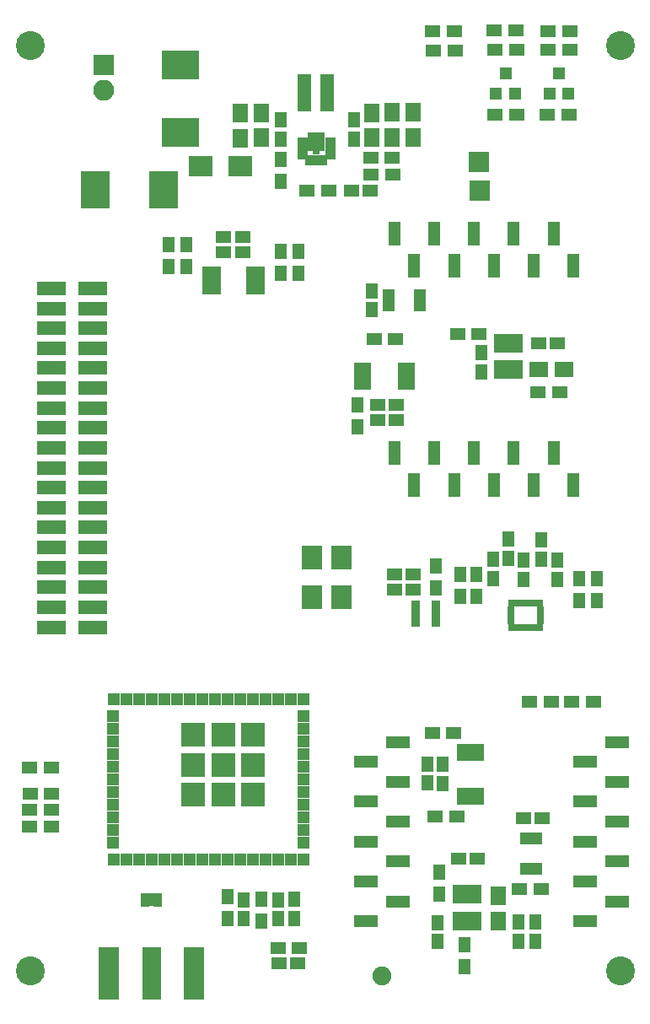
<source format=gbr>
G04 #@! TF.GenerationSoftware,KiCad,Pcbnew,(5.0.0-rc2-dev-491-g430239499)*
G04 #@! TF.CreationDate,2018-09-21T18:59:49-07:00*
G04 #@! TF.ProjectId,PCB_Rev3,5043425F526576332E6B696361645F70,rev?*
G04 #@! TF.SameCoordinates,Original*
G04 #@! TF.FileFunction,Soldermask,Top*
G04 #@! TF.FilePolarity,Negative*
%FSLAX46Y46*%
G04 Gerber Fmt 4.6, Leading zero omitted, Abs format (unit mm)*
G04 Created by KiCad (PCBNEW (5.0.0-rc2-dev-491-g430239499)) date 09/21/18 18:59:49*
%MOMM*%
%LPD*%
G01*
G04 APERTURE LIST*
%ADD10R,2.100000X2.100000*%
%ADD11R,2.400001X2.400001*%
%ADD12R,1.310001X1.310001*%
%ADD13R,0.999999X0.640000*%
%ADD14R,0.400003X0.550002*%
%ADD15R,1.100001X1.250001*%
%ADD16R,0.749999X1.850000*%
%ADD17R,0.749999X2.199999*%
%ADD18R,0.640000X0.999999*%
%ADD19C,2.900000*%
%ADD20R,1.300000X1.600000*%
%ADD21C,1.900000*%
%ADD22R,1.600000X1.300000*%
%ADD23R,1.150000X1.600000*%
%ADD24R,1.600000X1.150000*%
%ADD25R,1.650000X1.900000*%
%ADD26R,1.900000X1.650000*%
%ADD27R,2.900000X3.700000*%
%ADD28R,3.700000X2.900000*%
%ADD29O,2.100000X2.100000*%
%ADD30R,1.380000X3.800000*%
%ADD31R,2.400000X2.100000*%
%ADD32R,0.630000X0.750000*%
%ADD33R,0.750000X0.630000*%
%ADD34R,0.900000X0.750000*%
%ADD35R,0.650000X1.150000*%
%ADD36R,1.050000X1.960000*%
%ADD37R,1.800000X0.700000*%
%ADD38R,0.700000X1.800000*%
%ADD39R,1.150000X0.650000*%
%ADD40R,1.850000X0.850000*%
%ADD41R,2.000000X2.400000*%
%ADD42R,2.000000X5.300000*%
%ADD43R,1.900000X5.300000*%
%ADD44R,0.750000X0.750000*%
%ADD45R,0.900000X1.450000*%
%ADD46R,2.400000X1.300000*%
%ADD47R,1.300000X2.400000*%
%ADD48R,2.980000X1.400000*%
%ADD49R,1.200000X1.300000*%
G04 APERTURE END LIST*
D10*
X182181500Y-64681100D03*
D11*
X153440000Y-125325002D03*
X156440000Y-125325005D03*
X159440001Y-125325002D03*
X153440000Y-122325003D03*
X156440000Y-122325000D03*
X159440001Y-122325003D03*
X153440000Y-119325001D03*
X156440000Y-119325004D03*
X159440001Y-119325001D03*
D12*
X164490001Y-117475003D03*
X164490001Y-118745003D03*
X164490001Y-120015003D03*
X164490001Y-121285003D03*
X164490001Y-122555003D03*
X164490001Y-123825003D03*
X164490001Y-125095003D03*
X164490001Y-126365003D03*
X164490001Y-127635003D03*
X164490001Y-128905003D03*
X164490001Y-130175003D03*
X164465000Y-131875002D03*
X163195000Y-131875002D03*
X161925000Y-131875002D03*
X160655000Y-131875002D03*
X159385000Y-131875002D03*
X158115000Y-131875002D03*
X156845000Y-131875002D03*
X155575000Y-131875002D03*
X154305000Y-131875002D03*
X153035000Y-131875002D03*
X151765000Y-131875002D03*
X150495000Y-131875002D03*
X149225000Y-131875002D03*
X147955000Y-131875002D03*
X146685000Y-131875002D03*
X145415000Y-131875002D03*
X145389999Y-130175003D03*
X145389999Y-128905003D03*
X145389999Y-127635003D03*
X145389999Y-126365003D03*
X145389999Y-125095003D03*
X145389999Y-123825003D03*
X145389999Y-122555003D03*
X145389999Y-121285003D03*
X145389999Y-120015003D03*
X145389999Y-118745003D03*
X145389999Y-117475003D03*
X145415000Y-115775001D03*
X146685000Y-115775001D03*
X147955000Y-115775001D03*
X149225000Y-115775001D03*
X150495000Y-115775001D03*
X151765000Y-115775001D03*
X153035000Y-115775001D03*
X154305000Y-115775001D03*
X155575000Y-115775001D03*
X156845000Y-115775001D03*
X158115000Y-115775001D03*
X159385000Y-115775001D03*
X160655000Y-115775001D03*
X161925000Y-115775001D03*
X163195000Y-115775001D03*
X164465000Y-115775001D03*
D13*
X164390499Y-61253500D03*
X164390499Y-60753501D03*
D14*
X164390499Y-60003500D03*
D15*
X164390499Y-60003500D03*
D14*
X164390499Y-60003500D03*
D16*
X165290500Y-59753500D03*
D17*
X165790499Y-59928501D03*
D16*
X166290498Y-59753500D03*
D14*
X167190499Y-60003500D03*
D15*
X167190499Y-60003500D03*
D14*
X167190499Y-60003500D03*
D13*
X167190499Y-60753501D03*
X167190499Y-61253500D03*
D18*
X166540497Y-61678500D03*
X166040499Y-61678500D03*
X165540497Y-61678500D03*
X165040498Y-61678500D03*
D19*
X137033000Y-143002000D03*
X137033000Y-50165000D03*
X196342000Y-50165000D03*
D20*
X193929000Y-105875000D03*
X193929000Y-103675000D03*
D21*
X172415200Y-143510000D03*
D22*
X179682500Y-48679100D03*
X177482500Y-48679100D03*
X179725500Y-50647600D03*
X177525500Y-50647600D03*
X189407800Y-116001800D03*
X187207800Y-116001800D03*
X191398800Y-116001800D03*
X193598800Y-116001800D03*
X190246000Y-84963000D03*
X188046000Y-84963000D03*
D23*
X188341000Y-101661000D03*
X188341000Y-99761000D03*
X185039000Y-99700000D03*
X185039000Y-101600000D03*
X183515000Y-103632000D03*
X183515000Y-101732000D03*
X186563000Y-103693000D03*
X186563000Y-101793000D03*
X189992000Y-101793000D03*
X189992000Y-103693000D03*
D24*
X175514000Y-103251000D03*
X173614000Y-103251000D03*
X173609000Y-104775000D03*
X175509000Y-104775000D03*
D23*
X187769500Y-138117500D03*
X187769500Y-140017500D03*
X186118500Y-140017500D03*
X186118500Y-138117500D03*
D25*
X184086500Y-137985500D03*
X184086500Y-135485500D03*
D24*
X188465500Y-127698500D03*
X186565500Y-127698500D03*
D23*
X177985500Y-138176000D03*
X177985500Y-140076000D03*
D24*
X180088500Y-131762500D03*
X181988500Y-131762500D03*
X173855442Y-86183407D03*
X171955442Y-86183407D03*
D23*
X176911000Y-122237500D03*
X176911000Y-124137500D03*
D24*
X171955442Y-87707407D03*
X173855442Y-87707407D03*
D23*
X178435000Y-124206000D03*
X178435000Y-122306000D03*
X171323000Y-76642000D03*
X171323000Y-74742000D03*
D26*
X190627000Y-82677000D03*
X188127000Y-82677000D03*
D23*
X182372000Y-82865000D03*
X182372000Y-80965000D03*
D24*
X188087000Y-80010000D03*
X189987000Y-80010000D03*
X156469000Y-70866000D03*
X158369000Y-70866000D03*
X158369000Y-69342000D03*
X156469000Y-69342000D03*
D25*
X158178500Y-59416000D03*
X158178500Y-56916000D03*
X160274000Y-56872500D03*
X160274000Y-59372500D03*
D23*
X162242500Y-59502000D03*
X162242500Y-57602000D03*
D24*
X171191000Y-64706500D03*
X169291000Y-64706500D03*
D23*
X169545000Y-57599500D03*
X169545000Y-59499500D03*
D25*
X175514000Y-56852500D03*
X175514000Y-59352500D03*
X173418500Y-56832500D03*
X173418500Y-59332500D03*
X171323000Y-59372500D03*
X171323000Y-56872500D03*
D27*
X150431500Y-64643000D03*
X143631500Y-64643000D03*
D28*
X152146000Y-52064500D03*
X152146000Y-58864500D03*
D29*
X144399000Y-54610000D03*
D10*
X144399000Y-52070000D03*
D30*
X166920000Y-54864000D03*
X164550000Y-54864000D03*
D20*
X192151000Y-103675000D03*
X192151000Y-105875000D03*
X177800000Y-104605000D03*
X177800000Y-102405000D03*
D22*
X186204500Y-134810500D03*
X188404500Y-134810500D03*
D20*
X180657500Y-140398500D03*
X180657500Y-142598500D03*
X178117500Y-133118500D03*
X178117500Y-135318500D03*
D22*
X171577000Y-79629000D03*
X173777000Y-79629000D03*
X179916000Y-127508000D03*
X177716000Y-127508000D03*
D20*
X169926000Y-88433000D03*
X169926000Y-86233000D03*
D22*
X177419000Y-119126000D03*
X179619000Y-119126000D03*
X182159000Y-79121000D03*
X179959000Y-79121000D03*
D20*
X152775720Y-70124968D03*
X152775720Y-72324968D03*
X162179000Y-70782000D03*
X162179000Y-72982000D03*
X163957000Y-70823468D03*
X163957000Y-73023468D03*
D31*
X158178500Y-62230000D03*
X154178500Y-62230000D03*
D20*
X150934220Y-70145468D03*
X150934220Y-72345468D03*
X162242500Y-61531500D03*
X162242500Y-63731500D03*
D22*
X171259500Y-63055500D03*
X173459500Y-63055500D03*
X173439000Y-61404500D03*
X171239000Y-61404500D03*
X167068500Y-64706500D03*
X164868500Y-64706500D03*
D32*
X188322000Y-108540000D03*
X187892000Y-108540000D03*
X187462000Y-108540000D03*
X187032000Y-108540000D03*
X186602000Y-108540000D03*
X186172000Y-108540000D03*
X185742000Y-108540000D03*
X185312000Y-108540000D03*
X188322000Y-106090000D03*
X187892000Y-106090000D03*
X187462000Y-106090000D03*
X187032000Y-106090000D03*
X186602000Y-106090000D03*
X186172000Y-106090000D03*
X185742000Y-106090000D03*
D33*
X188292000Y-107960000D03*
X185342000Y-107960000D03*
X188292000Y-107530000D03*
X185342000Y-107530000D03*
X188292000Y-107100000D03*
X185342000Y-107100000D03*
X188292000Y-106670000D03*
X185342000Y-106670000D03*
D32*
X185312000Y-106090000D03*
D34*
X175759000Y-108163000D03*
X175759000Y-107513000D03*
X175759000Y-106863000D03*
X175759000Y-106213000D03*
X177809000Y-106213000D03*
X177809000Y-106863000D03*
X177809000Y-107513000D03*
X177809000Y-108163000D03*
D35*
X188138500Y-129704500D03*
X187638500Y-129704500D03*
X187138500Y-129704500D03*
X186638500Y-129704500D03*
X186638500Y-132804500D03*
X187138500Y-132804500D03*
X187638500Y-132804500D03*
X188138500Y-132804500D03*
D36*
X180911500Y-138018500D03*
X181861500Y-138018500D03*
X179961500Y-138018500D03*
X179961500Y-135318500D03*
X180911500Y-135318500D03*
X181861500Y-135318500D03*
D37*
X170456500Y-84312000D03*
X170456500Y-83812000D03*
X170456500Y-83312000D03*
X170456500Y-82812000D03*
X170456500Y-82312000D03*
X174856500Y-82312000D03*
X174856500Y-82812000D03*
X174856500Y-83312000D03*
X174856500Y-83812000D03*
X174856500Y-84312000D03*
D38*
X180292500Y-125517000D03*
X180792500Y-125517000D03*
X181292500Y-125517000D03*
X181792500Y-125517000D03*
X182292500Y-125517000D03*
X182292500Y-121117000D03*
X181792500Y-121117000D03*
X181292500Y-121117000D03*
X180792500Y-121117000D03*
X180292500Y-121117000D03*
D39*
X176149000Y-74946000D03*
X176149000Y-75446000D03*
X176149000Y-75946000D03*
X176149000Y-76446000D03*
X173049000Y-76446000D03*
X173049000Y-75946000D03*
X173049000Y-75446000D03*
X173049000Y-74946000D03*
D36*
X186052500Y-79993500D03*
X185102500Y-79993500D03*
X184152500Y-79993500D03*
X184152500Y-82693500D03*
X186052500Y-82693500D03*
X185102500Y-82693500D03*
D40*
X155252220Y-74668968D03*
X155252220Y-74018968D03*
X155252220Y-73368968D03*
X155252220Y-72718968D03*
X159652220Y-72718968D03*
X159652220Y-73368968D03*
X159652220Y-74018968D03*
X159652220Y-74668968D03*
D41*
X168342832Y-105532168D03*
X168342832Y-101532168D03*
X165354000Y-101537000D03*
X165354000Y-105537000D03*
D23*
X163576000Y-135829000D03*
X163576000Y-137729000D03*
X161925000Y-137795000D03*
X161925000Y-135895000D03*
X158496000Y-135895000D03*
X158496000Y-137795000D03*
D42*
X144975000Y-143256000D03*
X153475000Y-143256000D03*
D43*
X149225000Y-143256000D03*
D42*
X153475000Y-143256000D03*
X144975000Y-143256000D03*
D20*
X156845000Y-137795000D03*
X156845000Y-135595000D03*
X160274000Y-138049000D03*
X160274000Y-135849000D03*
D44*
X149225000Y-136194800D03*
D45*
X148600000Y-135869799D03*
D44*
X149225000Y-135544798D03*
D45*
X149850000Y-135869799D03*
D20*
X181864000Y-105451000D03*
X181864000Y-103251000D03*
X180213000Y-103251000D03*
X180213000Y-105451000D03*
D46*
X173988000Y-120036000D03*
X173988000Y-124036000D03*
X173988000Y-128036000D03*
X173988000Y-132036000D03*
X170788000Y-122036000D03*
X170788000Y-126036000D03*
X170788000Y-130036000D03*
X170788000Y-134036000D03*
X173988000Y-136036000D03*
X170788000Y-138036000D03*
X195988000Y-120036000D03*
X195988000Y-124036000D03*
X195988000Y-128036000D03*
X195988000Y-132036000D03*
X192788000Y-122036000D03*
X192788000Y-126036000D03*
X192788000Y-130036000D03*
X192788000Y-134036000D03*
X195988000Y-136036000D03*
X192788000Y-138036000D03*
D47*
X191630000Y-72261000D03*
X189630000Y-69061000D03*
X187630000Y-72261000D03*
X183630000Y-72261000D03*
X179630000Y-72261000D03*
X175630000Y-72261000D03*
X185630000Y-69061000D03*
X181630000Y-69061000D03*
X177630000Y-69061000D03*
X173630000Y-69061000D03*
X191630000Y-94261000D03*
X189630000Y-91061000D03*
X187630000Y-94261000D03*
X183630000Y-94261000D03*
X179630000Y-94261000D03*
X175630000Y-94261000D03*
X185630000Y-91061000D03*
X181630000Y-91061000D03*
X177630000Y-91061000D03*
X173630000Y-91061000D03*
D19*
X196342000Y-143002000D03*
D22*
X136992000Y-122618500D03*
X139192000Y-122618500D03*
D24*
X163952000Y-142240000D03*
X162052000Y-142240000D03*
D48*
X143362000Y-108519000D03*
X139192000Y-108519000D03*
X143362000Y-106519000D03*
X139192000Y-106519000D03*
X143362000Y-104519000D03*
X139192000Y-104519000D03*
X143362000Y-102519000D03*
X139192000Y-102519000D03*
X143362000Y-100519000D03*
X139192000Y-100519000D03*
X143362000Y-98519000D03*
X139192000Y-98519000D03*
X143362000Y-96519000D03*
X139192000Y-96519000D03*
X143362000Y-94519000D03*
X139192000Y-94519000D03*
X143362000Y-92519000D03*
X139192000Y-92519000D03*
X143362000Y-90519000D03*
X139192000Y-90519000D03*
X143362000Y-88519000D03*
X139192000Y-88519000D03*
X143362000Y-86519000D03*
X139192000Y-86519000D03*
X143362000Y-84519000D03*
X139192000Y-84519000D03*
X143362000Y-82519000D03*
X139192000Y-82519000D03*
X143362000Y-80519000D03*
X139192000Y-80519000D03*
X143362000Y-78519000D03*
X139192000Y-78519000D03*
X143362000Y-76519000D03*
X139192000Y-76519000D03*
X143362000Y-74519000D03*
X139192000Y-74519000D03*
D22*
X136992000Y-128524000D03*
X139192000Y-128524000D03*
X139192000Y-126873000D03*
X136992000Y-126873000D03*
X164125000Y-140716000D03*
X161925000Y-140716000D03*
X137033000Y-125222000D03*
X139233000Y-125222000D03*
X183664500Y-48641000D03*
X185864500Y-48641000D03*
X189026800Y-48666400D03*
X191226800Y-48666400D03*
X185905500Y-50546000D03*
X183705500Y-50546000D03*
X189082500Y-50546000D03*
X191282500Y-50546000D03*
X183743600Y-57048400D03*
X185943600Y-57048400D03*
X188942800Y-57048400D03*
X191142800Y-57048400D03*
D49*
X184785000Y-52975000D03*
X185735000Y-54975000D03*
X183835000Y-54975000D03*
X189194400Y-54949600D03*
X191094400Y-54949600D03*
X190144400Y-52949600D03*
D10*
X182118000Y-61810900D03*
M02*

</source>
